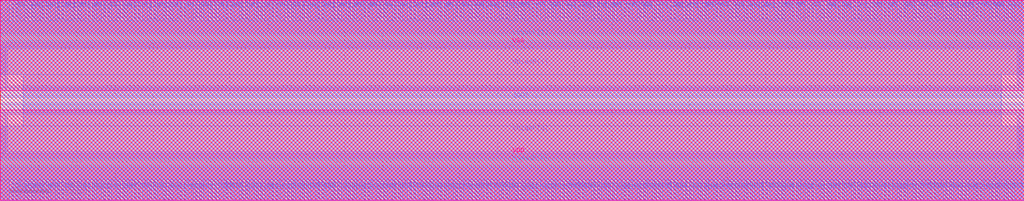
<source format=lef>
VERSION 5.7 ;
  NOWIREEXTENSIONATPIN ON ;
  DIVIDERCHAR "/" ;
  BUSBITCHARS "[]" ;
MACRO dac128module
  CLASS BLOCK ;
  FOREIGN dac128module ;
  ORIGIN 0.000 0.070 ;
  SIZE 133.800 BY 26.330 ;
  PIN VbiasP[1]
    ANTENNAGATEAREA 478.500000 ;
    ANTENNADIFFAREA 5.010000 ;
    PORT
      LAYER Metal1 ;
        RECT 0.900 14.950 132.900 19.880 ;
    END
  END VbiasP[1]
  PIN IOUT
    ANTENNADIFFAREA 66.047997 ;
    PORT
      LAYER Metal1 ;
        RECT 0.000 12.745 133.800 13.445 ;
    END
  END IOUT
  PIN VbiasP[0]
    ANTENNAGATEAREA 478.500000 ;
    ANTENNADIFFAREA 5.010000 ;
    PORT
      LAYER Metal1 ;
        RECT 0.900 6.310 132.900 11.240 ;
    END
  END VbiasP[0]
  PIN ON[64]
    ANTENNAGATEAREA 0.039000 ;
    PORT
      LAYER Metal2 ;
        RECT 130.030 23.715 130.320 26.190 ;
    END
  END ON[64]
  PIN ONB[64]
    ANTENNAGATEAREA 0.039000 ;
    PORT
      LAYER Metal2 ;
        RECT 129.480 23.715 129.770 26.190 ;
    END
  END ONB[64]
  PIN ON[65]
    ANTENNAGATEAREA 0.039000 ;
    PORT
      LAYER Metal2 ;
        RECT 128.030 23.715 128.320 26.190 ;
    END
  END ON[65]
  PIN ONB[65]
    ANTENNAGATEAREA 0.039000 ;
    PORT
      LAYER Metal2 ;
        RECT 127.480 23.715 127.770 26.190 ;
    END
  END ONB[65]
  PIN ON[66]
    ANTENNAGATEAREA 0.039000 ;
    PORT
      LAYER Metal2 ;
        RECT 126.030 23.715 126.320 26.190 ;
    END
  END ON[66]
  PIN ONB[66]
    ANTENNAGATEAREA 0.039000 ;
    PORT
      LAYER Metal2 ;
        RECT 125.480 23.715 125.770 26.190 ;
    END
  END ONB[66]
  PIN ON[67]
    ANTENNAGATEAREA 0.039000 ;
    PORT
      LAYER Metal2 ;
        RECT 124.030 23.715 124.320 26.190 ;
    END
  END ON[67]
  PIN ONB[67]
    ANTENNAGATEAREA 0.039000 ;
    PORT
      LAYER Metal2 ;
        RECT 123.480 23.715 123.770 26.190 ;
    END
  END ONB[67]
  PIN ON[68]
    ANTENNAGATEAREA 0.039000 ;
    PORT
      LAYER Metal2 ;
        RECT 122.030 23.715 122.320 26.190 ;
    END
  END ON[68]
  PIN ONB[68]
    ANTENNAGATEAREA 0.039000 ;
    PORT
      LAYER Metal2 ;
        RECT 121.480 23.715 121.770 26.190 ;
    END
  END ONB[68]
  PIN ON[69]
    ANTENNAGATEAREA 0.039000 ;
    PORT
      LAYER Metal2 ;
        RECT 120.030 23.715 120.320 26.190 ;
    END
  END ON[69]
  PIN ONB[69]
    ANTENNAGATEAREA 0.039000 ;
    PORT
      LAYER Metal2 ;
        RECT 119.480 23.715 119.770 26.190 ;
    END
  END ONB[69]
  PIN ON[70]
    ANTENNAGATEAREA 0.039000 ;
    PORT
      LAYER Metal2 ;
        RECT 118.030 23.715 118.320 26.190 ;
    END
  END ON[70]
  PIN ONB[70]
    ANTENNAGATEAREA 0.039000 ;
    PORT
      LAYER Metal2 ;
        RECT 117.480 23.715 117.770 26.190 ;
    END
  END ONB[70]
  PIN ON[71]
    ANTENNAGATEAREA 0.039000 ;
    PORT
      LAYER Metal2 ;
        RECT 116.030 23.715 116.320 26.190 ;
    END
  END ON[71]
  PIN ONB[71]
    ANTENNAGATEAREA 0.039000 ;
    PORT
      LAYER Metal2 ;
        RECT 115.480 23.715 115.770 26.190 ;
    END
  END ONB[71]
  PIN ON[72]
    ANTENNAGATEAREA 0.039000 ;
    PORT
      LAYER Metal2 ;
        RECT 114.030 23.715 114.320 26.190 ;
    END
  END ON[72]
  PIN ONB[72]
    ANTENNAGATEAREA 0.039000 ;
    PORT
      LAYER Metal2 ;
        RECT 113.480 23.715 113.770 26.190 ;
    END
  END ONB[72]
  PIN EN[2]
    ANTENNAGATEAREA 0.039000 ;
    PORT
      LAYER Metal2 ;
        RECT 132.030 23.715 132.320 26.190 ;
    END
  END EN[2]
  PIN ENB[2]
    ANTENNAGATEAREA 0.039000 ;
    PORT
      LAYER Metal2 ;
        RECT 131.480 23.715 131.770 26.190 ;
    END
  END ENB[2]
  PIN ON[73]
    ANTENNAGATEAREA 0.039000 ;
    PORT
      LAYER Metal2 ;
        RECT 112.030 23.715 112.320 26.190 ;
    END
  END ON[73]
  PIN ONB[73]
    ANTENNAGATEAREA 0.039000 ;
    PORT
      LAYER Metal2 ;
        RECT 111.480 23.715 111.770 26.190 ;
    END
  END ONB[73]
  PIN ON[74]
    ANTENNAGATEAREA 0.039000 ;
    PORT
      LAYER Metal2 ;
        RECT 110.030 23.715 110.320 26.190 ;
    END
  END ON[74]
  PIN ONB[74]
    ANTENNAGATEAREA 0.039000 ;
    PORT
      LAYER Metal2 ;
        RECT 109.480 23.715 109.770 26.190 ;
    END
  END ONB[74]
  PIN ON[75]
    ANTENNAGATEAREA 0.039000 ;
    PORT
      LAYER Metal2 ;
        RECT 108.030 23.715 108.320 26.190 ;
    END
  END ON[75]
  PIN ONB[75]
    ANTENNAGATEAREA 0.039000 ;
    PORT
      LAYER Metal2 ;
        RECT 107.480 23.715 107.770 26.190 ;
    END
  END ONB[75]
  PIN ON[76]
    ANTENNAGATEAREA 0.039000 ;
    PORT
      LAYER Metal2 ;
        RECT 106.030 23.715 106.320 26.190 ;
    END
  END ON[76]
  PIN ONB[76]
    ANTENNAGATEAREA 0.039000 ;
    PORT
      LAYER Metal2 ;
        RECT 105.480 23.715 105.770 26.190 ;
    END
  END ONB[76]
  PIN ON[77]
    ANTENNAGATEAREA 0.039000 ;
    PORT
      LAYER Metal2 ;
        RECT 104.030 23.715 104.320 26.190 ;
    END
  END ON[77]
  PIN ONB[77]
    ANTENNAGATEAREA 0.039000 ;
    PORT
      LAYER Metal2 ;
        RECT 103.480 23.715 103.770 26.190 ;
    END
  END ONB[77]
  PIN ON[78]
    ANTENNAGATEAREA 0.039000 ;
    PORT
      LAYER Metal2 ;
        RECT 102.030 23.715 102.320 26.190 ;
    END
  END ON[78]
  PIN ONB[78]
    ANTENNAGATEAREA 0.039000 ;
    PORT
      LAYER Metal2 ;
        RECT 101.480 23.715 101.770 26.190 ;
    END
  END ONB[78]
  PIN ON[79]
    ANTENNAGATEAREA 0.039000 ;
    PORT
      LAYER Metal2 ;
        RECT 100.030 23.715 100.320 26.190 ;
    END
  END ON[79]
  PIN ONB[79]
    ANTENNAGATEAREA 0.039000 ;
    PORT
      LAYER Metal2 ;
        RECT 99.480 23.715 99.770 26.190 ;
    END
  END ONB[79]
  PIN ON[80]
    ANTENNAGATEAREA 0.039000 ;
    PORT
      LAYER Metal2 ;
        RECT 98.030 23.715 98.320 26.190 ;
    END
  END ON[80]
  PIN ONB[80]
    ANTENNAGATEAREA 0.039000 ;
    PORT
      LAYER Metal2 ;
        RECT 97.480 23.715 97.770 26.190 ;
    END
  END ONB[80]
  PIN ON[81]
    ANTENNAGATEAREA 0.039000 ;
    PORT
      LAYER Metal2 ;
        RECT 96.030 23.715 96.320 26.190 ;
    END
  END ON[81]
  PIN ONB[81]
    ANTENNAGATEAREA 0.039000 ;
    PORT
      LAYER Metal2 ;
        RECT 95.480 23.715 95.770 26.190 ;
    END
  END ONB[81]
  PIN ON[82]
    ANTENNAGATEAREA 0.039000 ;
    PORT
      LAYER Metal2 ;
        RECT 94.030 23.715 94.320 26.190 ;
    END
  END ON[82]
  PIN ONB[82]
    ANTENNAGATEAREA 0.039000 ;
    PORT
      LAYER Metal2 ;
        RECT 93.480 23.715 93.770 26.190 ;
    END
  END ONB[82]
  PIN ON[83]
    ANTENNAGATEAREA 0.039000 ;
    PORT
      LAYER Metal2 ;
        RECT 92.030 23.715 92.320 26.190 ;
    END
  END ON[83]
  PIN ONB[83]
    ANTENNAGATEAREA 0.039000 ;
    PORT
      LAYER Metal2 ;
        RECT 91.480 23.715 91.770 26.190 ;
    END
  END ONB[83]
  PIN ON[84]
    ANTENNAGATEAREA 0.039000 ;
    PORT
      LAYER Metal2 ;
        RECT 90.030 23.715 90.320 26.190 ;
    END
  END ON[84]
  PIN ONB[84]
    ANTENNAGATEAREA 0.039000 ;
    PORT
      LAYER Metal2 ;
        RECT 89.480 23.715 89.770 26.190 ;
    END
  END ONB[84]
  PIN ON[85]
    ANTENNAGATEAREA 0.039000 ;
    PORT
      LAYER Metal2 ;
        RECT 88.030 23.715 88.320 26.190 ;
    END
  END ON[85]
  PIN ONB[85]
    ANTENNAGATEAREA 0.039000 ;
    PORT
      LAYER Metal2 ;
        RECT 87.480 23.715 87.770 26.190 ;
    END
  END ONB[85]
  PIN ON[86]
    ANTENNAGATEAREA 0.039000 ;
    PORT
      LAYER Metal2 ;
        RECT 86.030 23.715 86.320 26.190 ;
    END
  END ON[86]
  PIN ONB[86]
    ANTENNAGATEAREA 0.039000 ;
    PORT
      LAYER Metal2 ;
        RECT 85.480 23.715 85.770 26.190 ;
    END
  END ONB[86]
  PIN ON[87]
    ANTENNAGATEAREA 0.039000 ;
    PORT
      LAYER Metal2 ;
        RECT 84.030 23.715 84.320 26.190 ;
    END
  END ON[87]
  PIN ONB[87]
    ANTENNAGATEAREA 0.039000 ;
    PORT
      LAYER Metal2 ;
        RECT 83.480 23.715 83.770 26.190 ;
    END
  END ONB[87]
  PIN ON[88]
    ANTENNAGATEAREA 0.039000 ;
    PORT
      LAYER Metal2 ;
        RECT 82.030 23.715 82.320 26.190 ;
    END
  END ON[88]
  PIN ONB[88]
    ANTENNAGATEAREA 0.039000 ;
    PORT
      LAYER Metal2 ;
        RECT 81.480 23.715 81.770 26.190 ;
    END
  END ONB[88]
  PIN ON[89]
    ANTENNAGATEAREA 0.039000 ;
    PORT
      LAYER Metal2 ;
        RECT 80.030 23.715 80.320 26.190 ;
    END
  END ON[89]
  PIN ONB[89]
    ANTENNAGATEAREA 0.039000 ;
    PORT
      LAYER Metal2 ;
        RECT 79.480 23.715 79.770 26.190 ;
    END
  END ONB[89]
  PIN ON[90]
    ANTENNAGATEAREA 0.039000 ;
    PORT
      LAYER Metal2 ;
        RECT 78.030 23.715 78.320 26.190 ;
    END
  END ON[90]
  PIN ONB[90]
    ANTENNAGATEAREA 0.039000 ;
    PORT
      LAYER Metal2 ;
        RECT 77.480 23.715 77.770 26.190 ;
    END
  END ONB[90]
  PIN ON[91]
    ANTENNAGATEAREA 0.039000 ;
    PORT
      LAYER Metal2 ;
        RECT 76.030 23.715 76.320 26.190 ;
    END
  END ON[91]
  PIN ONB[91]
    ANTENNAGATEAREA 0.039000 ;
    PORT
      LAYER Metal2 ;
        RECT 75.480 23.715 75.770 26.190 ;
    END
  END ONB[91]
  PIN ON[92]
    ANTENNAGATEAREA 0.039000 ;
    PORT
      LAYER Metal2 ;
        RECT 74.030 23.715 74.320 26.190 ;
    END
  END ON[92]
  PIN ONB[92]
    ANTENNAGATEAREA 0.039000 ;
    PORT
      LAYER Metal2 ;
        RECT 73.480 23.715 73.770 26.190 ;
    END
  END ONB[92]
  PIN ON[93]
    ANTENNAGATEAREA 0.039000 ;
    PORT
      LAYER Metal2 ;
        RECT 72.030 23.715 72.320 26.190 ;
    END
  END ON[93]
  PIN ONB[93]
    ANTENNAGATEAREA 0.039000 ;
    PORT
      LAYER Metal2 ;
        RECT 71.480 23.715 71.770 26.190 ;
    END
  END ONB[93]
  PIN ON[94]
    ANTENNAGATEAREA 0.039000 ;
    PORT
      LAYER Metal2 ;
        RECT 70.030 23.715 70.320 26.190 ;
    END
  END ON[94]
  PIN ONB[94]
    ANTENNAGATEAREA 0.039000 ;
    PORT
      LAYER Metal2 ;
        RECT 69.480 23.715 69.770 26.190 ;
    END
  END ONB[94]
  PIN ON[95]
    ANTENNAGATEAREA 0.039000 ;
    PORT
      LAYER Metal2 ;
        RECT 68.030 23.715 68.320 26.190 ;
    END
  END ON[95]
  PIN ONB[95]
    ANTENNAGATEAREA 0.039000 ;
    PORT
      LAYER Metal2 ;
        RECT 67.480 23.715 67.770 26.190 ;
    END
  END ONB[95]
  PIN ON[96]
    ANTENNAGATEAREA 0.039000 ;
    PORT
      LAYER Metal2 ;
        RECT 66.030 23.715 66.320 26.190 ;
    END
  END ON[96]
  PIN ONB[96]
    ANTENNAGATEAREA 0.039000 ;
    PORT
      LAYER Metal2 ;
        RECT 65.480 23.715 65.770 26.190 ;
    END
  END ONB[96]
  PIN ON[97]
    ANTENNAGATEAREA 0.039000 ;
    PORT
      LAYER Metal2 ;
        RECT 64.030 23.715 64.320 26.190 ;
    END
  END ON[97]
  PIN ONB[97]
    ANTENNAGATEAREA 0.039000 ;
    PORT
      LAYER Metal2 ;
        RECT 63.480 23.715 63.770 26.190 ;
    END
  END ONB[97]
  PIN ON[98]
    ANTENNAGATEAREA 0.039000 ;
    PORT
      LAYER Metal2 ;
        RECT 62.030 23.715 62.320 26.190 ;
    END
  END ON[98]
  PIN ONB[98]
    ANTENNAGATEAREA 0.039000 ;
    PORT
      LAYER Metal2 ;
        RECT 61.480 23.715 61.770 26.190 ;
    END
  END ONB[98]
  PIN ON[99]
    ANTENNAGATEAREA 0.039000 ;
    PORT
      LAYER Metal2 ;
        RECT 60.030 23.715 60.320 26.190 ;
    END
  END ON[99]
  PIN ONB[99]
    ANTENNAGATEAREA 0.039000 ;
    PORT
      LAYER Metal2 ;
        RECT 59.480 23.715 59.770 26.190 ;
    END
  END ONB[99]
  PIN ON[100]
    ANTENNAGATEAREA 0.039000 ;
    PORT
      LAYER Metal2 ;
        RECT 58.030 23.715 58.320 26.190 ;
    END
  END ON[100]
  PIN ONB[100]
    ANTENNAGATEAREA 0.039000 ;
    PORT
      LAYER Metal2 ;
        RECT 57.480 23.715 57.770 26.190 ;
    END
  END ONB[100]
  PIN ON[101]
    ANTENNAGATEAREA 0.039000 ;
    PORT
      LAYER Metal2 ;
        RECT 56.030 23.715 56.320 26.190 ;
    END
  END ON[101]
  PIN ONB[101]
    ANTENNAGATEAREA 0.039000 ;
    PORT
      LAYER Metal2 ;
        RECT 55.480 23.715 55.770 26.190 ;
    END
  END ONB[101]
  PIN ON[102]
    ANTENNAGATEAREA 0.039000 ;
    PORT
      LAYER Metal2 ;
        RECT 54.030 23.715 54.320 26.190 ;
    END
  END ON[102]
  PIN ONB[102]
    ANTENNAGATEAREA 0.039000 ;
    PORT
      LAYER Metal2 ;
        RECT 53.480 23.715 53.770 26.190 ;
    END
  END ONB[102]
  PIN ON[103]
    ANTENNAGATEAREA 0.039000 ;
    PORT
      LAYER Metal2 ;
        RECT 52.030 23.715 52.320 26.190 ;
    END
  END ON[103]
  PIN ONB[103]
    ANTENNAGATEAREA 0.039000 ;
    PORT
      LAYER Metal2 ;
        RECT 51.480 23.715 51.770 26.190 ;
    END
  END ONB[103]
  PIN ON[104]
    ANTENNAGATEAREA 0.039000 ;
    PORT
      LAYER Metal2 ;
        RECT 50.030 23.715 50.320 26.190 ;
    END
  END ON[104]
  PIN ONB[104]
    ANTENNAGATEAREA 0.039000 ;
    PORT
      LAYER Metal2 ;
        RECT 49.480 23.715 49.770 26.190 ;
    END
  END ONB[104]
  PIN ON[105]
    ANTENNAGATEAREA 0.039000 ;
    PORT
      LAYER Metal2 ;
        RECT 48.030 23.715 48.320 26.190 ;
    END
  END ON[105]
  PIN ONB[105]
    ANTENNAGATEAREA 0.039000 ;
    PORT
      LAYER Metal2 ;
        RECT 47.480 23.715 47.770 26.190 ;
    END
  END ONB[105]
  PIN ON[106]
    ANTENNAGATEAREA 0.039000 ;
    PORT
      LAYER Metal2 ;
        RECT 46.030 23.715 46.320 26.190 ;
    END
  END ON[106]
  PIN ONB[106]
    ANTENNAGATEAREA 0.039000 ;
    PORT
      LAYER Metal2 ;
        RECT 45.480 23.715 45.770 26.190 ;
    END
  END ONB[106]
  PIN ON[107]
    ANTENNAGATEAREA 0.039000 ;
    PORT
      LAYER Metal2 ;
        RECT 44.030 23.715 44.320 26.190 ;
    END
  END ON[107]
  PIN ONB[107]
    ANTENNAGATEAREA 0.039000 ;
    PORT
      LAYER Metal2 ;
        RECT 43.480 23.715 43.770 26.190 ;
    END
  END ONB[107]
  PIN ON[108]
    ANTENNAGATEAREA 0.039000 ;
    PORT
      LAYER Metal2 ;
        RECT 42.030 23.715 42.320 26.190 ;
    END
  END ON[108]
  PIN ONB[108]
    ANTENNAGATEAREA 0.039000 ;
    PORT
      LAYER Metal2 ;
        RECT 41.480 23.715 41.770 26.190 ;
    END
  END ONB[108]
  PIN ON[109]
    ANTENNAGATEAREA 0.039000 ;
    PORT
      LAYER Metal2 ;
        RECT 40.030 23.715 40.320 26.190 ;
    END
  END ON[109]
  PIN ONB[109]
    ANTENNAGATEAREA 0.039000 ;
    PORT
      LAYER Metal2 ;
        RECT 39.480 23.715 39.770 26.190 ;
    END
  END ONB[109]
  PIN ON[110]
    ANTENNAGATEAREA 0.039000 ;
    PORT
      LAYER Metal2 ;
        RECT 38.030 23.715 38.320 26.190 ;
    END
  END ON[110]
  PIN ONB[110]
    ANTENNAGATEAREA 0.039000 ;
    PORT
      LAYER Metal2 ;
        RECT 37.480 23.715 37.770 26.190 ;
    END
  END ONB[110]
  PIN ON[111]
    ANTENNAGATEAREA 0.039000 ;
    PORT
      LAYER Metal2 ;
        RECT 36.030 23.715 36.320 26.190 ;
    END
  END ON[111]
  PIN ONB[111]
    ANTENNAGATEAREA 0.039000 ;
    PORT
      LAYER Metal2 ;
        RECT 35.480 23.715 35.770 26.190 ;
    END
  END ONB[111]
  PIN ON[112]
    ANTENNAGATEAREA 0.039000 ;
    PORT
      LAYER Metal2 ;
        RECT 34.030 23.715 34.320 26.190 ;
    END
  END ON[112]
  PIN ONB[112]
    ANTENNAGATEAREA 0.039000 ;
    PORT
      LAYER Metal2 ;
        RECT 33.480 23.715 33.770 26.190 ;
    END
  END ONB[112]
  PIN ON[113]
    ANTENNAGATEAREA 0.039000 ;
    PORT
      LAYER Metal2 ;
        RECT 32.030 23.715 32.320 26.190 ;
    END
  END ON[113]
  PIN ONB[113]
    ANTENNAGATEAREA 0.039000 ;
    PORT
      LAYER Metal2 ;
        RECT 31.480 23.715 31.770 26.190 ;
    END
  END ONB[113]
  PIN ON[114]
    ANTENNAGATEAREA 0.039000 ;
    PORT
      LAYER Metal2 ;
        RECT 30.030 23.715 30.320 26.190 ;
    END
  END ON[114]
  PIN ONB[114]
    ANTENNAGATEAREA 0.039000 ;
    PORT
      LAYER Metal2 ;
        RECT 29.480 23.715 29.770 26.190 ;
    END
  END ONB[114]
  PIN ON[115]
    ANTENNAGATEAREA 0.039000 ;
    PORT
      LAYER Metal2 ;
        RECT 28.030 23.715 28.320 26.190 ;
    END
  END ON[115]
  PIN ONB[115]
    ANTENNAGATEAREA 0.039000 ;
    PORT
      LAYER Metal2 ;
        RECT 27.480 23.715 27.770 26.190 ;
    END
  END ONB[115]
  PIN ON[116]
    ANTENNAGATEAREA 0.039000 ;
    PORT
      LAYER Metal2 ;
        RECT 26.030 23.715 26.320 26.190 ;
    END
  END ON[116]
  PIN ONB[116]
    ANTENNAGATEAREA 0.039000 ;
    PORT
      LAYER Metal2 ;
        RECT 25.480 23.715 25.770 26.190 ;
    END
  END ONB[116]
  PIN ON[117]
    ANTENNAGATEAREA 0.039000 ;
    PORT
      LAYER Metal2 ;
        RECT 24.030 23.715 24.320 26.190 ;
    END
  END ON[117]
  PIN ONB[117]
    ANTENNAGATEAREA 0.039000 ;
    PORT
      LAYER Metal2 ;
        RECT 23.480 23.715 23.770 26.190 ;
    END
  END ONB[117]
  PIN ON[118]
    ANTENNAGATEAREA 0.039000 ;
    PORT
      LAYER Metal2 ;
        RECT 22.030 23.715 22.320 26.190 ;
    END
  END ON[118]
  PIN ONB[118]
    ANTENNAGATEAREA 0.039000 ;
    PORT
      LAYER Metal2 ;
        RECT 21.480 23.715 21.770 26.190 ;
    END
  END ONB[118]
  PIN ON[119]
    ANTENNAGATEAREA 0.039000 ;
    PORT
      LAYER Metal2 ;
        RECT 20.030 23.715 20.320 26.190 ;
    END
  END ON[119]
  PIN ONB[119]
    ANTENNAGATEAREA 0.039000 ;
    PORT
      LAYER Metal2 ;
        RECT 19.480 23.715 19.770 26.190 ;
    END
  END ONB[119]
  PIN ON[120]
    ANTENNAGATEAREA 0.039000 ;
    PORT
      LAYER Metal2 ;
        RECT 18.030 23.715 18.320 26.190 ;
    END
  END ON[120]
  PIN ONB[120]
    ANTENNAGATEAREA 0.039000 ;
    PORT
      LAYER Metal2 ;
        RECT 17.480 23.715 17.770 26.190 ;
    END
  END ONB[120]
  PIN ON[121]
    ANTENNAGATEAREA 0.039000 ;
    PORT
      LAYER Metal2 ;
        RECT 16.030 23.715 16.320 26.190 ;
    END
  END ON[121]
  PIN ONB[121]
    ANTENNAGATEAREA 0.039000 ;
    PORT
      LAYER Metal2 ;
        RECT 15.480 23.715 15.770 26.190 ;
    END
  END ONB[121]
  PIN ON[122]
    ANTENNAGATEAREA 0.039000 ;
    PORT
      LAYER Metal2 ;
        RECT 14.030 23.715 14.320 26.190 ;
    END
  END ON[122]
  PIN ONB[122]
    ANTENNAGATEAREA 0.039000 ;
    PORT
      LAYER Metal2 ;
        RECT 13.480 23.715 13.770 26.190 ;
    END
  END ONB[122]
  PIN EN[3]
    ANTENNAGATEAREA 0.039000 ;
    PORT
      LAYER Metal2 ;
        RECT 2.030 23.715 2.320 26.190 ;
    END
  END EN[3]
  PIN ENB[3]
    ANTENNAGATEAREA 0.039000 ;
    PORT
      LAYER Metal2 ;
        RECT 1.480 23.715 1.770 26.190 ;
    END
  END ENB[3]
  PIN ON[123]
    ANTENNAGATEAREA 0.039000 ;
    PORT
      LAYER Metal2 ;
        RECT 12.030 23.715 12.320 26.190 ;
    END
  END ON[123]
  PIN ONB[123]
    ANTENNAGATEAREA 0.039000 ;
    PORT
      LAYER Metal2 ;
        RECT 11.480 23.715 11.770 26.190 ;
    END
  END ONB[123]
  PIN ON[124]
    ANTENNAGATEAREA 0.039000 ;
    PORT
      LAYER Metal2 ;
        RECT 10.030 23.715 10.320 26.190 ;
    END
  END ON[124]
  PIN ONB[124]
    ANTENNAGATEAREA 0.039000 ;
    PORT
      LAYER Metal2 ;
        RECT 9.480 23.715 9.770 26.190 ;
    END
  END ONB[124]
  PIN ON[125]
    ANTENNAGATEAREA 0.039000 ;
    PORT
      LAYER Metal2 ;
        RECT 8.030 23.715 8.320 26.190 ;
    END
  END ON[125]
  PIN ONB[125]
    ANTENNAGATEAREA 0.039000 ;
    PORT
      LAYER Metal2 ;
        RECT 7.480 23.715 7.770 26.190 ;
    END
  END ONB[125]
  PIN ON[126]
    ANTENNAGATEAREA 0.039000 ;
    PORT
      LAYER Metal2 ;
        RECT 6.030 23.715 6.320 26.190 ;
    END
  END ON[126]
  PIN ONB[126]
    ANTENNAGATEAREA 0.039000 ;
    PORT
      LAYER Metal2 ;
        RECT 5.480 23.715 5.770 26.190 ;
    END
  END ONB[126]
  PIN ON[127]
    ANTENNAGATEAREA 0.039000 ;
    PORT
      LAYER Metal2 ;
        RECT 4.030 23.715 4.320 26.190 ;
    END
  END ON[127]
  PIN ONB[127]
    ANTENNAGATEAREA 0.039000 ;
    PORT
      LAYER Metal2 ;
        RECT 3.480 23.715 3.770 26.190 ;
    END
  END ONB[127]
  PIN ON[0]
    ANTENNAGATEAREA 0.039000 ;
    PORT
      LAYER Metal2 ;
        RECT 3.480 0.000 3.770 2.475 ;
    END
  END ON[0]
  PIN ONB[0]
    ANTENNAGATEAREA 0.039000 ;
    PORT
      LAYER Metal2 ;
        RECT 4.030 0.000 4.320 2.475 ;
    END
  END ONB[0]
  PIN ON[1]
    ANTENNAGATEAREA 0.039000 ;
    PORT
      LAYER Metal2 ;
        RECT 5.480 0.000 5.770 2.475 ;
    END
  END ON[1]
  PIN ONB[1]
    ANTENNAGATEAREA 0.039000 ;
    PORT
      LAYER Metal2 ;
        RECT 6.030 0.000 6.320 2.475 ;
    END
  END ONB[1]
  PIN ON[2]
    ANTENNAGATEAREA 0.039000 ;
    PORT
      LAYER Metal2 ;
        RECT 7.480 0.000 7.770 2.475 ;
    END
  END ON[2]
  PIN ONB[2]
    ANTENNAGATEAREA 0.039000 ;
    PORT
      LAYER Metal2 ;
        RECT 8.030 0.000 8.320 2.475 ;
    END
  END ONB[2]
  PIN ON[3]
    ANTENNAGATEAREA 0.039000 ;
    PORT
      LAYER Metal2 ;
        RECT 9.480 0.000 9.770 2.475 ;
    END
  END ON[3]
  PIN ONB[3]
    ANTENNAGATEAREA 0.039000 ;
    PORT
      LAYER Metal2 ;
        RECT 10.030 0.000 10.320 2.475 ;
    END
  END ONB[3]
  PIN ON[4]
    ANTENNAGATEAREA 0.039000 ;
    PORT
      LAYER Metal2 ;
        RECT 11.480 0.000 11.770 2.475 ;
    END
  END ON[4]
  PIN ONB[4]
    ANTENNAGATEAREA 0.039000 ;
    PORT
      LAYER Metal2 ;
        RECT 12.030 0.000 12.320 2.475 ;
    END
  END ONB[4]
  PIN ON[5]
    ANTENNAGATEAREA 0.039000 ;
    PORT
      LAYER Metal2 ;
        RECT 13.480 0.000 13.770 2.475 ;
    END
  END ON[5]
  PIN ONB[5]
    ANTENNAGATEAREA 0.039000 ;
    PORT
      LAYER Metal2 ;
        RECT 14.030 0.000 14.320 2.475 ;
    END
  END ONB[5]
  PIN ON[6]
    ANTENNAGATEAREA 0.039000 ;
    PORT
      LAYER Metal2 ;
        RECT 15.480 0.000 15.770 2.475 ;
    END
  END ON[6]
  PIN EN[0]
    ANTENNAGATEAREA 0.039000 ;
    PORT
      LAYER Metal2 ;
        RECT 1.480 0.000 1.770 2.475 ;
    END
  END EN[0]
  PIN ENB[0]
    ANTENNAGATEAREA 0.039000 ;
    PORT
      LAYER Metal2 ;
        RECT 2.030 0.000 2.320 2.475 ;
    END
  END ENB[0]
  PIN ONB[6]
    ANTENNAGATEAREA 0.039000 ;
    PORT
      LAYER Metal2 ;
        RECT 16.030 0.000 16.320 2.475 ;
    END
  END ONB[6]
  PIN ON[7]
    ANTENNAGATEAREA 0.039000 ;
    PORT
      LAYER Metal2 ;
        RECT 17.480 0.000 17.770 2.475 ;
    END
  END ON[7]
  PIN ONB[7]
    ANTENNAGATEAREA 0.039000 ;
    PORT
      LAYER Metal2 ;
        RECT 18.030 0.000 18.320 2.475 ;
    END
  END ONB[7]
  PIN ON[8]
    ANTENNAGATEAREA 0.039000 ;
    PORT
      LAYER Metal2 ;
        RECT 19.480 0.000 19.770 2.475 ;
    END
  END ON[8]
  PIN ONB[8]
    ANTENNAGATEAREA 0.039000 ;
    PORT
      LAYER Metal2 ;
        RECT 20.030 0.000 20.320 2.475 ;
    END
  END ONB[8]
  PIN ON[9]
    ANTENNAGATEAREA 0.039000 ;
    PORT
      LAYER Metal2 ;
        RECT 21.480 0.000 21.770 2.475 ;
    END
  END ON[9]
  PIN ONB[9]
    ANTENNAGATEAREA 0.039000 ;
    PORT
      LAYER Metal2 ;
        RECT 22.030 0.000 22.320 2.475 ;
    END
  END ONB[9]
  PIN ON[10]
    ANTENNAGATEAREA 0.039000 ;
    PORT
      LAYER Metal2 ;
        RECT 23.480 0.000 23.770 2.475 ;
    END
  END ON[10]
  PIN ONB[10]
    ANTENNAGATEAREA 0.039000 ;
    PORT
      LAYER Metal2 ;
        RECT 24.030 0.000 24.320 2.475 ;
    END
  END ONB[10]
  PIN ON[11]
    ANTENNAGATEAREA 0.039000 ;
    PORT
      LAYER Metal2 ;
        RECT 25.480 0.000 25.770 2.475 ;
    END
  END ON[11]
  PIN ONB[11]
    ANTENNAGATEAREA 0.039000 ;
    PORT
      LAYER Metal2 ;
        RECT 26.030 0.000 26.320 2.475 ;
    END
  END ONB[11]
  PIN ON[12]
    ANTENNAGATEAREA 0.039000 ;
    PORT
      LAYER Metal2 ;
        RECT 27.480 0.000 27.770 2.475 ;
    END
  END ON[12]
  PIN ONB[12]
    ANTENNAGATEAREA 0.039000 ;
    PORT
      LAYER Metal2 ;
        RECT 28.030 0.000 28.320 2.475 ;
    END
  END ONB[12]
  PIN ON[13]
    ANTENNAGATEAREA 0.039000 ;
    PORT
      LAYER Metal2 ;
        RECT 29.480 0.000 29.770 2.475 ;
    END
  END ON[13]
  PIN ONB[13]
    ANTENNAGATEAREA 0.039000 ;
    PORT
      LAYER Metal2 ;
        RECT 30.030 0.000 30.320 2.475 ;
    END
  END ONB[13]
  PIN ON[14]
    ANTENNAGATEAREA 0.039000 ;
    PORT
      LAYER Metal2 ;
        RECT 31.480 0.000 31.770 2.475 ;
    END
  END ON[14]
  PIN ONB[14]
    ANTENNAGATEAREA 0.039000 ;
    PORT
      LAYER Metal2 ;
        RECT 32.030 0.000 32.320 2.475 ;
    END
  END ONB[14]
  PIN ON[15]
    ANTENNAGATEAREA 0.039000 ;
    PORT
      LAYER Metal2 ;
        RECT 33.480 0.000 33.770 2.475 ;
    END
  END ON[15]
  PIN ONB[15]
    ANTENNAGATEAREA 0.039000 ;
    PORT
      LAYER Metal2 ;
        RECT 34.030 0.000 34.320 2.475 ;
    END
  END ONB[15]
  PIN ON[16]
    ANTENNAGATEAREA 0.039000 ;
    PORT
      LAYER Metal2 ;
        RECT 35.480 0.000 35.770 2.475 ;
    END
  END ON[16]
  PIN ONB[16]
    ANTENNAGATEAREA 0.039000 ;
    PORT
      LAYER Metal2 ;
        RECT 36.030 0.000 36.320 2.475 ;
    END
  END ONB[16]
  PIN ON[17]
    ANTENNAGATEAREA 0.039000 ;
    PORT
      LAYER Metal2 ;
        RECT 37.480 0.000 37.770 2.475 ;
    END
  END ON[17]
  PIN ONB[17]
    ANTENNAGATEAREA 0.039000 ;
    PORT
      LAYER Metal2 ;
        RECT 38.030 0.000 38.320 2.475 ;
    END
  END ONB[17]
  PIN ON[18]
    ANTENNAGATEAREA 0.039000 ;
    PORT
      LAYER Metal2 ;
        RECT 39.480 0.000 39.770 2.475 ;
    END
  END ON[18]
  PIN ONB[18]
    ANTENNAGATEAREA 0.039000 ;
    PORT
      LAYER Metal2 ;
        RECT 40.030 0.000 40.320 2.475 ;
    END
  END ONB[18]
  PIN ON[19]
    ANTENNAGATEAREA 0.039000 ;
    PORT
      LAYER Metal2 ;
        RECT 41.480 0.000 41.770 2.475 ;
    END
  END ON[19]
  PIN ONB[19]
    ANTENNAGATEAREA 0.039000 ;
    PORT
      LAYER Metal2 ;
        RECT 42.030 0.000 42.320 2.475 ;
    END
  END ONB[19]
  PIN ON[20]
    ANTENNAGATEAREA 0.039000 ;
    PORT
      LAYER Metal2 ;
        RECT 43.480 0.000 43.770 2.475 ;
    END
  END ON[20]
  PIN ONB[20]
    ANTENNAGATEAREA 0.039000 ;
    PORT
      LAYER Metal2 ;
        RECT 44.030 0.000 44.320 2.475 ;
    END
  END ONB[20]
  PIN ON[21]
    ANTENNAGATEAREA 0.039000 ;
    PORT
      LAYER Metal2 ;
        RECT 45.480 0.000 45.770 2.475 ;
    END
  END ON[21]
  PIN ONB[21]
    ANTENNAGATEAREA 0.039000 ;
    PORT
      LAYER Metal2 ;
        RECT 46.030 0.000 46.320 2.475 ;
    END
  END ONB[21]
  PIN ON[22]
    ANTENNAGATEAREA 0.039000 ;
    PORT
      LAYER Metal2 ;
        RECT 47.480 0.000 47.770 2.475 ;
    END
  END ON[22]
  PIN ONB[22]
    ANTENNAGATEAREA 0.039000 ;
    PORT
      LAYER Metal2 ;
        RECT 48.030 0.000 48.320 2.475 ;
    END
  END ONB[22]
  PIN ON[23]
    ANTENNAGATEAREA 0.039000 ;
    PORT
      LAYER Metal2 ;
        RECT 49.480 0.000 49.770 2.475 ;
    END
  END ON[23]
  PIN ONB[23]
    ANTENNAGATEAREA 0.039000 ;
    PORT
      LAYER Metal2 ;
        RECT 50.030 0.000 50.320 2.475 ;
    END
  END ONB[23]
  PIN ON[24]
    ANTENNAGATEAREA 0.039000 ;
    PORT
      LAYER Metal2 ;
        RECT 51.480 0.000 51.770 2.475 ;
    END
  END ON[24]
  PIN ONB[24]
    ANTENNAGATEAREA 0.039000 ;
    PORT
      LAYER Metal2 ;
        RECT 52.030 0.000 52.320 2.475 ;
    END
  END ONB[24]
  PIN ON[25]
    ANTENNAGATEAREA 0.039000 ;
    PORT
      LAYER Metal2 ;
        RECT 53.480 0.000 53.770 2.475 ;
    END
  END ON[25]
  PIN ONB[25]
    ANTENNAGATEAREA 0.039000 ;
    PORT
      LAYER Metal2 ;
        RECT 54.030 0.000 54.320 2.475 ;
    END
  END ONB[25]
  PIN ON[26]
    ANTENNAGATEAREA 0.039000 ;
    PORT
      LAYER Metal2 ;
        RECT 55.480 0.000 55.770 2.475 ;
    END
  END ON[26]
  PIN ONB[26]
    ANTENNAGATEAREA 0.039000 ;
    PORT
      LAYER Metal2 ;
        RECT 56.030 0.000 56.320 2.475 ;
    END
  END ONB[26]
  PIN ON[27]
    ANTENNAGATEAREA 0.039000 ;
    PORT
      LAYER Metal2 ;
        RECT 57.480 0.000 57.770 2.475 ;
    END
  END ON[27]
  PIN ONB[27]
    ANTENNAGATEAREA 0.039000 ;
    PORT
      LAYER Metal2 ;
        RECT 58.030 0.000 58.320 2.475 ;
    END
  END ONB[27]
  PIN ON[28]
    ANTENNAGATEAREA 0.039000 ;
    PORT
      LAYER Metal2 ;
        RECT 59.480 0.000 59.770 2.475 ;
    END
  END ON[28]
  PIN ONB[28]
    ANTENNAGATEAREA 0.039000 ;
    PORT
      LAYER Metal2 ;
        RECT 60.030 0.000 60.320 2.475 ;
    END
  END ONB[28]
  PIN ON[29]
    ANTENNAGATEAREA 0.039000 ;
    PORT
      LAYER Metal2 ;
        RECT 61.480 0.000 61.770 2.475 ;
    END
  END ON[29]
  PIN ONB[29]
    ANTENNAGATEAREA 0.039000 ;
    PORT
      LAYER Metal2 ;
        RECT 62.030 0.000 62.320 2.475 ;
    END
  END ONB[29]
  PIN ON[30]
    ANTENNAGATEAREA 0.039000 ;
    PORT
      LAYER Metal2 ;
        RECT 63.480 0.000 63.770 2.475 ;
    END
  END ON[30]
  PIN ONB[30]
    ANTENNAGATEAREA 0.039000 ;
    PORT
      LAYER Metal2 ;
        RECT 64.030 0.000 64.320 2.475 ;
    END
  END ONB[30]
  PIN ON[31]
    ANTENNAGATEAREA 0.039000 ;
    PORT
      LAYER Metal2 ;
        RECT 65.480 0.000 65.770 2.475 ;
    END
  END ON[31]
  PIN ONB[31]
    ANTENNAGATEAREA 0.039000 ;
    PORT
      LAYER Metal2 ;
        RECT 66.030 0.000 66.320 2.475 ;
    END
  END ONB[31]
  PIN ON[33]
    ANTENNAGATEAREA 0.039000 ;
    PORT
      LAYER Metal2 ;
        RECT 69.480 0.000 69.770 2.475 ;
    END
  END ON[33]
  PIN ONB[33]
    ANTENNAGATEAREA 0.039000 ;
    PORT
      LAYER Metal2 ;
        RECT 70.030 0.000 70.320 2.475 ;
    END
  END ONB[33]
  PIN ON[32]
    ANTENNAGATEAREA 0.039000 ;
    PORT
      LAYER Metal2 ;
        RECT 67.480 0.000 67.770 2.475 ;
    END
  END ON[32]
  PIN ONB[32]
    ANTENNAGATEAREA 0.039000 ;
    PORT
      LAYER Metal2 ;
        RECT 68.030 0.000 68.320 2.475 ;
    END
  END ONB[32]
  PIN ON[34]
    ANTENNAGATEAREA 0.039000 ;
    PORT
      LAYER Metal2 ;
        RECT 71.480 0.000 71.770 2.475 ;
    END
  END ON[34]
  PIN ONB[34]
    ANTENNAGATEAREA 0.039000 ;
    PORT
      LAYER Metal2 ;
        RECT 72.030 0.000 72.320 2.475 ;
    END
  END ONB[34]
  PIN ON[35]
    ANTENNAGATEAREA 0.039000 ;
    PORT
      LAYER Metal2 ;
        RECT 73.480 0.000 73.770 2.475 ;
    END
  END ON[35]
  PIN ONB[35]
    ANTENNAGATEAREA 0.039000 ;
    PORT
      LAYER Metal2 ;
        RECT 74.030 0.000 74.320 2.475 ;
    END
  END ONB[35]
  PIN ON[36]
    ANTENNAGATEAREA 0.039000 ;
    PORT
      LAYER Metal2 ;
        RECT 75.480 0.000 75.770 2.475 ;
    END
  END ON[36]
  PIN ONB[36]
    ANTENNAGATEAREA 0.039000 ;
    PORT
      LAYER Metal2 ;
        RECT 76.030 0.000 76.320 2.475 ;
    END
  END ONB[36]
  PIN ON[37]
    ANTENNAGATEAREA 0.039000 ;
    PORT
      LAYER Metal2 ;
        RECT 77.480 0.000 77.770 2.475 ;
    END
  END ON[37]
  PIN ONB[37]
    ANTENNAGATEAREA 0.039000 ;
    PORT
      LAYER Metal2 ;
        RECT 78.030 0.000 78.320 2.475 ;
    END
  END ONB[37]
  PIN ON[38]
    ANTENNAGATEAREA 0.039000 ;
    PORT
      LAYER Metal2 ;
        RECT 79.480 0.000 79.770 2.475 ;
    END
  END ON[38]
  PIN ONB[38]
    ANTENNAGATEAREA 0.039000 ;
    PORT
      LAYER Metal2 ;
        RECT 80.030 0.000 80.320 2.475 ;
    END
  END ONB[38]
  PIN ON[39]
    ANTENNAGATEAREA 0.039000 ;
    PORT
      LAYER Metal2 ;
        RECT 81.480 0.000 81.770 2.475 ;
    END
  END ON[39]
  PIN ONB[39]
    ANTENNAGATEAREA 0.039000 ;
    PORT
      LAYER Metal2 ;
        RECT 82.030 0.000 82.320 2.475 ;
    END
  END ONB[39]
  PIN ON[40]
    ANTENNAGATEAREA 0.039000 ;
    PORT
      LAYER Metal2 ;
        RECT 83.480 0.000 83.770 2.475 ;
    END
  END ON[40]
  PIN ONB[40]
    ANTENNAGATEAREA 0.039000 ;
    PORT
      LAYER Metal2 ;
        RECT 84.030 0.000 84.320 2.475 ;
    END
  END ONB[40]
  PIN ON[41]
    ANTENNAGATEAREA 0.039000 ;
    PORT
      LAYER Metal2 ;
        RECT 85.480 0.000 85.770 2.475 ;
    END
  END ON[41]
  PIN ONB[41]
    ANTENNAGATEAREA 0.039000 ;
    PORT
      LAYER Metal2 ;
        RECT 86.030 0.000 86.320 2.475 ;
    END
  END ONB[41]
  PIN ON[42]
    ANTENNAGATEAREA 0.039000 ;
    PORT
      LAYER Metal2 ;
        RECT 87.480 0.000 87.770 2.475 ;
    END
  END ON[42]
  PIN ONB[42]
    ANTENNAGATEAREA 0.039000 ;
    PORT
      LAYER Metal2 ;
        RECT 88.030 0.000 88.320 2.475 ;
    END
  END ONB[42]
  PIN ON[43]
    ANTENNAGATEAREA 0.039000 ;
    PORT
      LAYER Metal2 ;
        RECT 89.480 0.000 89.770 2.475 ;
    END
  END ON[43]
  PIN ONB[43]
    ANTENNAGATEAREA 0.039000 ;
    PORT
      LAYER Metal2 ;
        RECT 90.030 0.000 90.320 2.475 ;
    END
  END ONB[43]
  PIN ON[44]
    ANTENNAGATEAREA 0.039000 ;
    PORT
      LAYER Metal2 ;
        RECT 91.480 0.000 91.770 2.475 ;
    END
  END ON[44]
  PIN ONB[44]
    ANTENNAGATEAREA 0.039000 ;
    PORT
      LAYER Metal2 ;
        RECT 92.030 0.000 92.320 2.475 ;
    END
  END ONB[44]
  PIN ON[45]
    ANTENNAGATEAREA 0.039000 ;
    PORT
      LAYER Metal2 ;
        RECT 93.480 0.000 93.770 2.475 ;
    END
  END ON[45]
  PIN ONB[45]
    ANTENNAGATEAREA 0.039000 ;
    PORT
      LAYER Metal2 ;
        RECT 94.030 0.000 94.320 2.475 ;
    END
  END ONB[45]
  PIN ON[46]
    ANTENNAGATEAREA 0.039000 ;
    PORT
      LAYER Metal2 ;
        RECT 95.480 0.000 95.770 2.475 ;
    END
  END ON[46]
  PIN ONB[46]
    ANTENNAGATEAREA 0.039000 ;
    PORT
      LAYER Metal2 ;
        RECT 96.030 0.000 96.320 2.475 ;
    END
  END ONB[46]
  PIN ON[47]
    ANTENNAGATEAREA 0.039000 ;
    PORT
      LAYER Metal2 ;
        RECT 97.480 0.000 97.770 2.475 ;
    END
  END ON[47]
  PIN ONB[47]
    ANTENNAGATEAREA 0.039000 ;
    PORT
      LAYER Metal2 ;
        RECT 98.030 0.000 98.320 2.475 ;
    END
  END ONB[47]
  PIN ON[48]
    ANTENNAGATEAREA 0.039000 ;
    PORT
      LAYER Metal2 ;
        RECT 99.480 0.000 99.770 2.475 ;
    END
  END ON[48]
  PIN ONB[48]
    ANTENNAGATEAREA 0.039000 ;
    PORT
      LAYER Metal2 ;
        RECT 100.030 0.000 100.320 2.475 ;
    END
  END ONB[48]
  PIN ON[49]
    ANTENNAGATEAREA 0.039000 ;
    PORT
      LAYER Metal2 ;
        RECT 101.480 0.000 101.770 2.475 ;
    END
  END ON[49]
  PIN ONB[49]
    ANTENNAGATEAREA 0.039000 ;
    PORT
      LAYER Metal2 ;
        RECT 102.030 0.000 102.320 2.475 ;
    END
  END ONB[49]
  PIN ON[50]
    ANTENNAGATEAREA 0.039000 ;
    PORT
      LAYER Metal2 ;
        RECT 103.480 0.000 103.770 2.475 ;
    END
  END ON[50]
  PIN ONB[50]
    ANTENNAGATEAREA 0.039000 ;
    PORT
      LAYER Metal2 ;
        RECT 104.030 0.000 104.320 2.475 ;
    END
  END ONB[50]
  PIN ON[51]
    ANTENNAGATEAREA 0.039000 ;
    PORT
      LAYER Metal2 ;
        RECT 105.480 0.000 105.770 2.475 ;
    END
  END ON[51]
  PIN ONB[51]
    ANTENNAGATEAREA 0.039000 ;
    PORT
      LAYER Metal2 ;
        RECT 106.030 0.000 106.320 2.475 ;
    END
  END ONB[51]
  PIN ON[52]
    ANTENNAGATEAREA 0.039000 ;
    PORT
      LAYER Metal2 ;
        RECT 107.480 0.000 107.770 2.475 ;
    END
  END ON[52]
  PIN ONB[52]
    ANTENNAGATEAREA 0.039000 ;
    PORT
      LAYER Metal2 ;
        RECT 108.030 0.000 108.320 2.475 ;
    END
  END ONB[52]
  PIN ON[53]
    ANTENNAGATEAREA 0.039000 ;
    PORT
      LAYER Metal2 ;
        RECT 109.480 0.000 109.770 2.475 ;
    END
  END ON[53]
  PIN ONB[53]
    ANTENNAGATEAREA 0.039000 ;
    PORT
      LAYER Metal2 ;
        RECT 110.030 0.000 110.320 2.475 ;
    END
  END ONB[53]
  PIN ON[54]
    ANTENNAGATEAREA 0.039000 ;
    PORT
      LAYER Metal2 ;
        RECT 111.480 0.000 111.770 2.475 ;
    END
  END ON[54]
  PIN ONB[54]
    ANTENNAGATEAREA 0.039000 ;
    PORT
      LAYER Metal2 ;
        RECT 112.030 0.000 112.320 2.475 ;
    END
  END ONB[54]
  PIN ON[55]
    ANTENNAGATEAREA 0.039000 ;
    PORT
      LAYER Metal2 ;
        RECT 113.480 0.000 113.770 2.475 ;
    END
  END ON[55]
  PIN ONB[55]
    ANTENNAGATEAREA 0.039000 ;
    PORT
      LAYER Metal2 ;
        RECT 114.030 0.000 114.320 2.475 ;
    END
  END ONB[55]
  PIN ON[56]
    ANTENNAGATEAREA 0.039000 ;
    PORT
      LAYER Metal2 ;
        RECT 115.480 0.000 115.770 2.475 ;
    END
  END ON[56]
  PIN ONB[56]
    ANTENNAGATEAREA 0.039000 ;
    PORT
      LAYER Metal2 ;
        RECT 116.030 0.000 116.320 2.475 ;
    END
  END ONB[56]
  PIN ON[57]
    ANTENNAGATEAREA 0.039000 ;
    PORT
      LAYER Metal2 ;
        RECT 117.480 0.000 117.770 2.475 ;
    END
  END ON[57]
  PIN ONB[57]
    ANTENNAGATEAREA 0.039000 ;
    PORT
      LAYER Metal2 ;
        RECT 118.030 0.000 118.320 2.475 ;
    END
  END ONB[57]
  PIN ON[58]
    ANTENNAGATEAREA 0.039000 ;
    PORT
      LAYER Metal2 ;
        RECT 119.480 0.000 119.770 2.475 ;
    END
  END ON[58]
  PIN ONB[58]
    ANTENNAGATEAREA 0.039000 ;
    PORT
      LAYER Metal2 ;
        RECT 120.030 0.000 120.320 2.475 ;
    END
  END ONB[58]
  PIN ON[59]
    ANTENNAGATEAREA 0.039000 ;
    PORT
      LAYER Metal2 ;
        RECT 121.480 0.000 121.770 2.475 ;
    END
  END ON[59]
  PIN ONB[59]
    ANTENNAGATEAREA 0.039000 ;
    PORT
      LAYER Metal2 ;
        RECT 122.030 0.000 122.320 2.475 ;
    END
  END ONB[59]
  PIN ON[60]
    ANTENNAGATEAREA 0.039000 ;
    PORT
      LAYER Metal2 ;
        RECT 123.480 0.000 123.770 2.475 ;
    END
  END ON[60]
  PIN ONB[60]
    ANTENNAGATEAREA 0.039000 ;
    PORT
      LAYER Metal2 ;
        RECT 124.030 0.000 124.320 2.475 ;
    END
  END ONB[60]
  PIN ON[61]
    ANTENNAGATEAREA 0.039000 ;
    PORT
      LAYER Metal2 ;
        RECT 125.480 0.000 125.770 2.475 ;
    END
  END ON[61]
  PIN ONB[61]
    ANTENNAGATEAREA 0.039000 ;
    PORT
      LAYER Metal2 ;
        RECT 126.030 0.000 126.320 2.475 ;
    END
  END ONB[61]
  PIN ON[62]
    ANTENNAGATEAREA 0.039000 ;
    PORT
      LAYER Metal2 ;
        RECT 127.480 0.000 127.770 2.475 ;
    END
  END ON[62]
  PIN ONB[62]
    ANTENNAGATEAREA 0.039000 ;
    PORT
      LAYER Metal2 ;
        RECT 128.030 0.000 128.320 2.475 ;
    END
  END ONB[62]
  PIN ON[63]
    ANTENNAGATEAREA 0.039000 ;
    PORT
      LAYER Metal2 ;
        RECT 129.480 0.000 129.770 2.475 ;
    END
  END ON[63]
  PIN ONB[63]
    ANTENNAGATEAREA 0.039000 ;
    PORT
      LAYER Metal2 ;
        RECT 130.030 0.000 130.320 2.475 ;
    END
  END ONB[63]
  PIN EN[1]
    ANTENNAGATEAREA 0.039000 ;
    PORT
      LAYER Metal2 ;
        RECT 131.480 0.000 131.770 2.475 ;
    END
  END EN[1]
  PIN ENB[1]
    ANTENNAGATEAREA 0.039000 ;
    PORT
      LAYER Metal2 ;
        RECT 132.030 0.000 132.320 2.475 ;
    END
  END ENB[1]
  PIN VcascP[1]
    ANTENNAGATEAREA 1.755000 ;
    ANTENNADIFFAREA 10.710000 ;
    PORT
      LAYER Metal3 ;
        RECT 0.000 20.930 133.800 21.630 ;
    END
  END VcascP[1]
  PIN VcascP[0]
    ANTENNAGATEAREA 1.755000 ;
    ANTENNADIFFAREA 10.710000 ;
    PORT
      LAYER Metal3 ;
        RECT 0.000 4.560 133.800 5.260 ;
    END
  END VcascP[0]
  PIN VSS
    DIRECTION INOUT ;
    USE GROUND ;
    PORT
      LAYER Metal5 ;
        RECT 0.000 14.380 133.800 26.190 ;
    END
  END VSS
  PIN VDD
    DIRECTION INOUT ;
    USE POWER ;
    PORT
      LAYER Metal5 ;
        RECT 0.000 0.000 133.800 11.810 ;
    END
  END VDD
  OBS
      LAYER GatPoly ;
        RECT 0.000 -0.070 133.800 26.260 ;
      LAYER Metal1 ;
        RECT 0.000 20.060 133.800 26.190 ;
        RECT 0.000 14.770 0.720 20.060 ;
        RECT 133.080 14.770 133.800 20.060 ;
        RECT 0.000 13.625 133.800 14.770 ;
        RECT 0.000 11.420 133.800 12.565 ;
        RECT 0.000 6.130 0.720 11.420 ;
        RECT 133.080 6.130 133.800 11.420 ;
        RECT 0.000 0.000 133.800 6.130 ;
      LAYER Metal2 ;
        RECT 0.005 23.505 1.270 26.190 ;
        RECT 2.530 23.505 3.270 26.190 ;
        RECT 4.530 23.505 5.270 26.190 ;
        RECT 6.530 23.505 7.270 26.190 ;
        RECT 8.530 23.505 9.270 26.190 ;
        RECT 10.530 23.505 11.270 26.190 ;
        RECT 12.530 23.505 13.270 26.190 ;
        RECT 14.530 23.505 15.270 26.190 ;
        RECT 16.530 23.505 17.270 26.190 ;
        RECT 18.530 23.505 19.270 26.190 ;
        RECT 20.530 23.505 21.270 26.190 ;
        RECT 22.530 23.505 23.270 26.190 ;
        RECT 24.530 23.505 25.270 26.190 ;
        RECT 26.530 23.505 27.270 26.190 ;
        RECT 28.530 23.505 29.270 26.190 ;
        RECT 30.530 23.505 31.270 26.190 ;
        RECT 32.530 23.505 33.270 26.190 ;
        RECT 34.530 23.505 35.270 26.190 ;
        RECT 36.530 23.505 37.270 26.190 ;
        RECT 38.530 23.505 39.270 26.190 ;
        RECT 40.530 23.505 41.270 26.190 ;
        RECT 42.530 23.505 43.270 26.190 ;
        RECT 44.530 23.505 45.270 26.190 ;
        RECT 46.530 23.505 47.270 26.190 ;
        RECT 48.530 23.505 49.270 26.190 ;
        RECT 50.530 23.505 51.270 26.190 ;
        RECT 52.530 23.505 53.270 26.190 ;
        RECT 54.530 23.505 55.270 26.190 ;
        RECT 56.530 23.505 57.270 26.190 ;
        RECT 58.530 23.505 59.270 26.190 ;
        RECT 60.530 23.505 61.270 26.190 ;
        RECT 62.530 23.505 63.270 26.190 ;
        RECT 64.530 23.505 65.270 26.190 ;
        RECT 66.530 23.505 67.270 26.190 ;
        RECT 68.530 23.505 69.270 26.190 ;
        RECT 70.530 23.505 71.270 26.190 ;
        RECT 72.530 23.505 73.270 26.190 ;
        RECT 74.530 23.505 75.270 26.190 ;
        RECT 76.530 23.505 77.270 26.190 ;
        RECT 78.530 23.505 79.270 26.190 ;
        RECT 80.530 23.505 81.270 26.190 ;
        RECT 82.530 23.505 83.270 26.190 ;
        RECT 84.530 23.505 85.270 26.190 ;
        RECT 86.530 23.505 87.270 26.190 ;
        RECT 88.530 23.505 89.270 26.190 ;
        RECT 90.530 23.505 91.270 26.190 ;
        RECT 92.530 23.505 93.270 26.190 ;
        RECT 94.530 23.505 95.270 26.190 ;
        RECT 96.530 23.505 97.270 26.190 ;
        RECT 98.530 23.505 99.270 26.190 ;
        RECT 100.530 23.505 101.270 26.190 ;
        RECT 102.530 23.505 103.270 26.190 ;
        RECT 104.530 23.505 105.270 26.190 ;
        RECT 106.530 23.505 107.270 26.190 ;
        RECT 108.530 23.505 109.270 26.190 ;
        RECT 110.530 23.505 111.270 26.190 ;
        RECT 112.530 23.505 113.270 26.190 ;
        RECT 114.530 23.505 115.270 26.190 ;
        RECT 116.530 23.505 117.270 26.190 ;
        RECT 118.530 23.505 119.270 26.190 ;
        RECT 120.530 23.505 121.270 26.190 ;
        RECT 122.530 23.505 123.270 26.190 ;
        RECT 124.530 23.505 125.270 26.190 ;
        RECT 126.530 23.505 127.270 26.190 ;
        RECT 128.530 23.505 129.270 26.190 ;
        RECT 130.530 23.505 131.270 26.190 ;
        RECT 132.530 23.505 133.795 26.190 ;
        RECT 0.005 16.450 133.795 23.505 ;
        RECT 3.005 9.740 130.795 16.450 ;
        RECT 0.005 2.685 133.795 9.740 ;
        RECT 0.005 0.000 1.270 2.685 ;
        RECT 2.530 0.000 3.270 2.685 ;
        RECT 4.530 0.000 5.270 2.685 ;
        RECT 6.530 0.000 7.270 2.685 ;
        RECT 8.530 0.000 9.270 2.685 ;
        RECT 10.530 0.000 11.270 2.685 ;
        RECT 12.530 0.000 13.270 2.685 ;
        RECT 14.530 0.000 15.270 2.685 ;
        RECT 16.530 0.000 17.270 2.685 ;
        RECT 18.530 0.000 19.270 2.685 ;
        RECT 20.530 0.000 21.270 2.685 ;
        RECT 22.530 0.000 23.270 2.685 ;
        RECT 24.530 0.000 25.270 2.685 ;
        RECT 26.530 0.000 27.270 2.685 ;
        RECT 28.530 0.000 29.270 2.685 ;
        RECT 30.530 0.000 31.270 2.685 ;
        RECT 32.530 0.000 33.270 2.685 ;
        RECT 34.530 0.000 35.270 2.685 ;
        RECT 36.530 0.000 37.270 2.685 ;
        RECT 38.530 0.000 39.270 2.685 ;
        RECT 40.530 0.000 41.270 2.685 ;
        RECT 42.530 0.000 43.270 2.685 ;
        RECT 44.530 0.000 45.270 2.685 ;
        RECT 46.530 0.000 47.270 2.685 ;
        RECT 48.530 0.000 49.270 2.685 ;
        RECT 50.530 0.000 51.270 2.685 ;
        RECT 52.530 0.000 53.270 2.685 ;
        RECT 54.530 0.000 55.270 2.685 ;
        RECT 56.530 0.000 57.270 2.685 ;
        RECT 58.530 0.000 59.270 2.685 ;
        RECT 60.530 0.000 61.270 2.685 ;
        RECT 62.530 0.000 63.270 2.685 ;
        RECT 64.530 0.000 65.270 2.685 ;
        RECT 66.530 0.000 67.270 2.685 ;
        RECT 68.530 0.000 69.270 2.685 ;
        RECT 70.530 0.000 71.270 2.685 ;
        RECT 72.530 0.000 73.270 2.685 ;
        RECT 74.530 0.000 75.270 2.685 ;
        RECT 76.530 0.000 77.270 2.685 ;
        RECT 78.530 0.000 79.270 2.685 ;
        RECT 80.530 0.000 81.270 2.685 ;
        RECT 82.530 0.000 83.270 2.685 ;
        RECT 84.530 0.000 85.270 2.685 ;
        RECT 86.530 0.000 87.270 2.685 ;
        RECT 88.530 0.000 89.270 2.685 ;
        RECT 90.530 0.000 91.270 2.685 ;
        RECT 92.530 0.000 93.270 2.685 ;
        RECT 94.530 0.000 95.270 2.685 ;
        RECT 96.530 0.000 97.270 2.685 ;
        RECT 98.530 0.000 99.270 2.685 ;
        RECT 100.530 0.000 101.270 2.685 ;
        RECT 102.530 0.000 103.270 2.685 ;
        RECT 104.530 0.000 105.270 2.685 ;
        RECT 106.530 0.000 107.270 2.685 ;
        RECT 108.530 0.000 109.270 2.685 ;
        RECT 110.530 0.000 111.270 2.685 ;
        RECT 112.530 0.000 113.270 2.685 ;
        RECT 114.530 0.000 115.270 2.685 ;
        RECT 116.530 0.000 117.270 2.685 ;
        RECT 118.530 0.000 119.270 2.685 ;
        RECT 120.530 0.000 121.270 2.685 ;
        RECT 122.530 0.000 123.270 2.685 ;
        RECT 124.530 0.000 125.270 2.685 ;
        RECT 126.530 0.000 127.270 2.685 ;
        RECT 128.530 0.000 129.270 2.685 ;
        RECT 130.530 0.000 131.270 2.685 ;
        RECT 132.530 0.000 133.795 2.685 ;
      LAYER Metal3 ;
        RECT 0.000 21.840 133.800 26.190 ;
        RECT 0.000 5.470 133.800 20.720 ;
        RECT 0.000 0.000 133.800 4.350 ;
      LAYER Metal4 ;
        RECT 0.000 0.000 133.800 26.190 ;
  END
END dac128module
END LIBRARY


</source>
